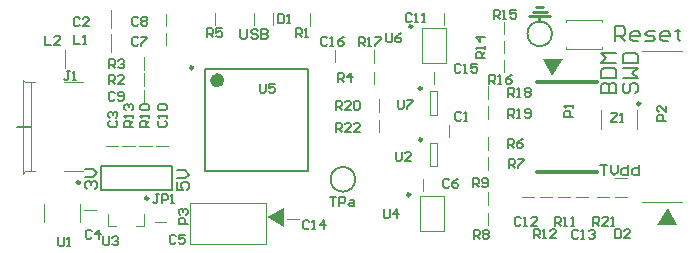
<source format=gto>
G04 Layer_Color=65535*
%FSLAX23Y23*%
%MOIN*%
G70*
G01*
G75*
%ADD24C,0.010*%
%ADD27C,0.008*%
%ADD42C,0.008*%
%ADD43C,0.024*%
%ADD44C,0.004*%
%ADD45C,0.012*%
%ADD46C,0.005*%
%ADD47C,0.010*%
%ADD48C,0.007*%
G36*
X680Y-335D02*
X625Y-300D01*
X680Y-270D01*
Y-335D01*
D02*
G37*
G36*
X1990Y-327D02*
X1925D01*
X1960Y-273D01*
X1990Y-327D01*
D02*
G37*
G36*
X1576Y169D02*
X1546Y225D01*
X1610D01*
X1576Y169D01*
D02*
G37*
D24*
X1869Y76D02*
G03*
X1869Y76I-5J0D01*
G01*
X1Y-187D02*
G03*
X1Y-187I-5J0D01*
G01*
X1141Y-44D02*
G03*
X1141Y-44I-5J0D01*
G01*
X1141Y127D02*
G03*
X1141Y127I-5J0D01*
G01*
X1109Y334D02*
G03*
X1109Y334I-5J0D01*
G01*
X1102Y-227D02*
G03*
X1102Y-227I-5J0D01*
G01*
X229Y-239D02*
G03*
X229Y-239I-5J0D01*
G01*
X378Y196D02*
G03*
X378Y196I-5J0D01*
G01*
D27*
X309Y-210D02*
Y-132D01*
X73Y-210D02*
X309D01*
X73Y-132D02*
X309Y-132D01*
X73Y-210D02*
Y-132D01*
X419Y-149D02*
X762D01*
X419Y193D02*
X762D01*
Y-149D02*
Y193D01*
X419Y-149D02*
Y193D01*
D42*
X1575Y309D02*
G03*
X1575Y309I-41J0D01*
G01*
X919Y-176D02*
G03*
X919Y-176I-41J0D01*
G01*
X25Y-208D02*
X18Y-201D01*
Y-188D01*
X25Y-181D01*
X31D01*
X38Y-188D01*
Y-195D01*
Y-188D01*
X45Y-181D01*
X51D01*
X58Y-188D01*
Y-201D01*
X51Y-208D01*
X18Y-168D02*
X45D01*
X58Y-155D01*
X45Y-141D01*
X18D01*
X326Y-186D02*
Y-213D01*
X346D01*
X339Y-200D01*
Y-193D01*
X346Y-186D01*
X359D01*
X366Y-193D01*
Y-206D01*
X359Y-213D01*
X326Y-173D02*
X352D01*
X366Y-160D01*
X352Y-146D01*
X326D01*
X1739Y113D02*
X1789D01*
Y138D01*
X1781Y146D01*
X1772D01*
X1764Y138D01*
Y113D01*
Y138D01*
X1756Y146D01*
X1747D01*
X1739Y138D01*
Y113D01*
Y163D02*
X1789D01*
Y188D01*
X1781Y196D01*
X1747D01*
X1739Y188D01*
Y163D01*
X1789Y213D02*
X1739D01*
X1756Y229D01*
X1739Y246D01*
X1789D01*
X1818Y145D02*
X1810Y137D01*
Y120D01*
X1818Y112D01*
X1827D01*
X1835Y120D01*
Y137D01*
X1843Y145D01*
X1852D01*
X1860Y137D01*
Y120D01*
X1852Y112D01*
X1810Y162D02*
X1860D01*
X1843Y178D01*
X1860Y195D01*
X1810D01*
Y212D02*
X1860D01*
Y237D01*
X1852Y245D01*
X1818D01*
X1810Y237D01*
Y212D01*
D43*
X471Y154D02*
G03*
X471Y154I-12J0D01*
G01*
D44*
X853Y214D02*
Y254D01*
X1857Y-8D02*
Y55D01*
X1739Y-8D02*
Y55D01*
X-0Y-319D02*
Y-257D01*
X-118Y-319D02*
Y-257D01*
X143Y-65D02*
X185D01*
X198D02*
X240D01*
X-50Y196D02*
Y256D01*
X104Y248D02*
Y308D01*
X1740Y257D02*
Y266D01*
X1622Y257D02*
Y266D01*
Y257D02*
X1740D01*
X1622Y356D02*
X1740D01*
X1622Y348D02*
Y356D01*
X1740Y348D02*
Y356D01*
X623Y-390D02*
Y-256D01*
X368Y-390D02*
X623D01*
X368D02*
Y-256D01*
X623D01*
X1874Y-253D02*
X2008D01*
X1874Y252D02*
X2008D01*
X1180Y143D02*
Y182D01*
X1230Y-35D02*
Y5D01*
X1215Y340D02*
Y380D01*
X216Y82D02*
Y122D01*
X983Y213D02*
Y255D01*
Y141D02*
Y183D01*
X767Y336D02*
Y378D01*
X1168Y-54D02*
X1192D01*
X1168Y-133D02*
X1192D01*
X1168D02*
Y-54D01*
X1192Y-133D02*
Y-54D01*
X1192Y38D02*
Y117D01*
X1168Y38D02*
Y117D01*
Y38D02*
X1192D01*
X1168Y117D02*
X1192D01*
X1415Y244D02*
Y286D01*
Y307D02*
Y349D01*
X1360Y26D02*
Y68D01*
Y93D02*
Y134D01*
Y-145D02*
Y-103D01*
Y-77D02*
Y-36D01*
X216Y135D02*
Y177D01*
Y189D02*
Y231D01*
X104Y328D02*
Y388D01*
X288Y271D02*
Y311D01*
X691Y-309D02*
X731D01*
X1145Y-215D02*
Y-176D01*
X288Y335D02*
Y375D01*
X254Y-65D02*
X294D01*
X450Y338D02*
Y380D01*
X1655Y-235D02*
X1695D01*
X1415Y181D02*
Y222D01*
X1141Y213D02*
Y330D01*
X1223Y213D02*
Y330D01*
X1141D02*
X1223D01*
X1141Y213D02*
X1223D01*
X1134Y-348D02*
X1216D01*
X1134Y-231D02*
X1216D01*
Y-348D02*
Y-231D01*
X1134Y-348D02*
Y-231D01*
X1360Y-328D02*
Y-287D01*
X1594Y-235D02*
X1636D01*
X1534D02*
X1576D01*
X1475D02*
X1515D01*
X997Y-19D02*
Y23D01*
Y49D02*
Y91D01*
X580Y339D02*
Y379D01*
X644Y339D02*
Y379D01*
X96Y-330D02*
Y-292D01*
Y-330D02*
X123D01*
X187D02*
X214D01*
Y-292D01*
X250Y-319D02*
X289D01*
X89Y-65D02*
X129D01*
X1785Y-235D02*
X1825D01*
X1785Y-171D02*
X1825D01*
X1724Y-235D02*
X1766D01*
X1360Y-261D02*
Y-219D01*
X16Y-278D02*
X55D01*
X-53Y-149D02*
X11D01*
X-181D02*
X-150D01*
X-189Y-157D02*
X-181Y-149D01*
X-189Y155D02*
X-181Y147D01*
X-150D01*
X-189Y-157D02*
Y155D01*
X-53Y147D02*
X11D01*
X-162Y-149D02*
Y147D01*
D45*
X1525Y150D02*
X1725D01*
X1525Y-150D02*
X1725D01*
D46*
X-207Y0D02*
X-161D01*
X40Y-349D02*
X35Y-344D01*
X25D01*
X20Y-349D01*
Y-369D01*
X25Y-374D01*
X35D01*
X40Y-369D01*
X65Y-374D02*
Y-344D01*
X50Y-359D01*
X70D01*
X1311Y-203D02*
Y-173D01*
X1326D01*
X1331Y-178D01*
Y-188D01*
X1326Y-193D01*
X1311D01*
X1321D02*
X1331Y-203D01*
X1341Y-198D02*
X1346Y-203D01*
X1356D01*
X1361Y-198D01*
Y-178D01*
X1356Y-173D01*
X1346D01*
X1341Y-178D01*
Y-183D01*
X1346Y-188D01*
X1361D01*
X836Y-234D02*
X856D01*
X846D01*
Y-264D01*
X866D02*
Y-234D01*
X881D01*
X886Y-239D01*
Y-249D01*
X881Y-254D01*
X866D01*
X901Y-244D02*
X911D01*
X916Y-249D01*
Y-264D01*
X901D01*
X896Y-259D01*
X901Y-254D01*
X916D01*
X1712Y-330D02*
Y-300D01*
X1727D01*
X1732Y-305D01*
Y-315D01*
X1727Y-320D01*
X1712D01*
X1722D02*
X1732Y-330D01*
X1762D02*
X1742D01*
X1762Y-310D01*
Y-305D01*
X1757Y-300D01*
X1747D01*
X1742Y-305D01*
X1772Y-330D02*
X1782D01*
X1777D01*
Y-300D01*
X1772Y-305D01*
X1785Y-343D02*
Y-373D01*
X1800D01*
X1805Y-368D01*
Y-348D01*
X1800Y-343D01*
X1785D01*
X1835Y-373D02*
X1815D01*
X1835Y-353D01*
Y-348D01*
X1830Y-343D01*
X1820D01*
X1815Y-348D01*
X101Y19D02*
X96Y14D01*
Y4D01*
X101Y-1D01*
X121D01*
X126Y4D01*
Y14D01*
X121Y19D01*
X101Y29D02*
X96Y34D01*
Y44D01*
X101Y49D01*
X106D01*
X111Y44D01*
Y39D01*
Y44D01*
X116Y49D01*
X121D01*
X126Y44D01*
Y34D01*
X121Y29D01*
X321Y-366D02*
X316Y-361D01*
X306D01*
X301Y-366D01*
Y-386D01*
X306Y-391D01*
X316D01*
X321Y-386D01*
X351Y-361D02*
X331D01*
Y-376D01*
X341Y-371D01*
X346D01*
X351Y-376D01*
Y-386D01*
X346Y-391D01*
X336D01*
X331Y-386D01*
X79Y-365D02*
Y-390D01*
X84Y-395D01*
X94D01*
X99Y-390D01*
Y-365D01*
X109Y-370D02*
X114Y-365D01*
X124D01*
X129Y-370D01*
Y-375D01*
X124Y-380D01*
X119D01*
X124D01*
X129Y-385D01*
Y-390D01*
X124Y-395D01*
X114D01*
X109Y-390D01*
X662Y374D02*
Y344D01*
X677D01*
X682Y349D01*
Y369D01*
X677Y374D01*
X662D01*
X692Y344D02*
X702D01*
X697D01*
Y374D01*
X692Y369D01*
X854Y56D02*
Y86D01*
X869D01*
X874Y81D01*
Y71D01*
X869Y66D01*
X854D01*
X864D02*
X874Y56D01*
X904D02*
X884D01*
X904Y76D01*
Y81D01*
X899Y86D01*
X889D01*
X884Y81D01*
X914D02*
X919Y86D01*
X929D01*
X934Y81D01*
Y61D01*
X929Y56D01*
X919D01*
X914Y61D01*
Y81D01*
X854Y-17D02*
Y13D01*
X869D01*
X874Y8D01*
Y-2D01*
X869Y-7D01*
X854D01*
X864D02*
X874Y-17D01*
X904D02*
X884D01*
X904Y3D01*
Y8D01*
X899Y13D01*
X889D01*
X884Y8D01*
X934Y-17D02*
X914D01*
X934Y3D01*
Y8D01*
X929Y13D01*
X919D01*
X914Y8D01*
X1470Y-305D02*
X1465Y-300D01*
X1455D01*
X1450Y-305D01*
Y-325D01*
X1455Y-330D01*
X1465D01*
X1470Y-325D01*
X1480Y-330D02*
X1490D01*
X1485D01*
Y-300D01*
X1480Y-305D01*
X1525Y-330D02*
X1505D01*
X1525Y-310D01*
Y-305D01*
X1520Y-300D01*
X1510D01*
X1505Y-305D01*
X1514Y-372D02*
Y-342D01*
X1529D01*
X1534Y-347D01*
Y-357D01*
X1529Y-362D01*
X1514D01*
X1524D02*
X1534Y-372D01*
X1544D02*
X1554D01*
X1549D01*
Y-342D01*
X1544Y-347D01*
X1589Y-372D02*
X1569D01*
X1589Y-352D01*
Y-347D01*
X1584Y-342D01*
X1574D01*
X1569Y-347D01*
X1584Y-330D02*
Y-300D01*
X1599D01*
X1604Y-305D01*
Y-315D01*
X1599Y-320D01*
X1584D01*
X1594D02*
X1604Y-330D01*
X1614D02*
X1624D01*
X1619D01*
Y-300D01*
X1614Y-305D01*
X1639Y-330D02*
X1649D01*
X1644D01*
Y-300D01*
X1639Y-305D01*
X1314Y-374D02*
Y-344D01*
X1329D01*
X1334Y-349D01*
Y-359D01*
X1329Y-364D01*
X1314D01*
X1324D02*
X1334Y-374D01*
X1344Y-349D02*
X1349Y-344D01*
X1359D01*
X1364Y-349D01*
Y-354D01*
X1359Y-359D01*
X1364Y-364D01*
Y-369D01*
X1359Y-374D01*
X1349D01*
X1344Y-369D01*
Y-364D01*
X1349Y-359D01*
X1344Y-354D01*
Y-349D01*
X1349Y-359D02*
X1359D01*
X1014Y-275D02*
Y-300D01*
X1019Y-305D01*
X1029D01*
X1034Y-300D01*
Y-275D01*
X1059Y-305D02*
Y-275D01*
X1044Y-290D01*
X1064D01*
X1023Y311D02*
Y286D01*
X1028Y281D01*
X1038D01*
X1043Y286D01*
Y311D01*
X1073D02*
X1063Y306D01*
X1053Y296D01*
Y286D01*
X1058Y281D01*
X1068D01*
X1073Y286D01*
Y291D01*
X1068Y296D01*
X1053D01*
X1365Y142D02*
Y172D01*
X1380D01*
X1385Y167D01*
Y157D01*
X1380Y152D01*
X1365D01*
X1375D02*
X1385Y142D01*
X1395D02*
X1405D01*
X1400D01*
Y172D01*
X1395Y167D01*
X1440Y172D02*
X1430Y167D01*
X1420Y157D01*
Y147D01*
X1425Y142D01*
X1435D01*
X1440Y147D01*
Y152D01*
X1435Y157D01*
X1420D01*
X1662Y-349D02*
X1657Y-344D01*
X1647D01*
X1642Y-349D01*
Y-369D01*
X1647Y-374D01*
X1657D01*
X1662Y-369D01*
X1672Y-374D02*
X1682D01*
X1677D01*
Y-344D01*
X1672Y-349D01*
X1697D02*
X1702Y-344D01*
X1712D01*
X1717Y-349D01*
Y-354D01*
X1712Y-359D01*
X1707D01*
X1712D01*
X1717Y-364D01*
Y-369D01*
X1712Y-374D01*
X1702D01*
X1697Y-369D01*
X425Y297D02*
Y327D01*
X440D01*
X445Y322D01*
Y312D01*
X440Y307D01*
X425D01*
X435D02*
X445Y297D01*
X475Y327D02*
X455D01*
Y312D01*
X465Y317D01*
X470D01*
X475Y312D01*
Y302D01*
X470Y297D01*
X460D01*
X455Y302D01*
X-33Y185D02*
X-43D01*
X-38D01*
Y160D01*
X-43Y155D01*
X-48D01*
X-53Y160D01*
X-23Y155D02*
X-13D01*
X-18D01*
Y185D01*
X-23Y180D01*
X265Y19D02*
X260Y14D01*
Y4D01*
X265Y-1D01*
X285D01*
X290Y4D01*
Y14D01*
X285Y19D01*
X290Y29D02*
Y39D01*
Y34D01*
X260D01*
X265Y29D01*
Y54D02*
X260Y59D01*
Y69D01*
X265Y74D01*
X285D01*
X290Y69D01*
Y59D01*
X285Y54D01*
X265D01*
X195Y361D02*
X190Y366D01*
X180D01*
X175Y361D01*
Y341D01*
X180Y336D01*
X190D01*
X195Y341D01*
X205Y361D02*
X210Y366D01*
X220D01*
X225Y361D01*
Y356D01*
X220Y351D01*
X225Y346D01*
Y341D01*
X220Y336D01*
X210D01*
X205Y341D01*
Y346D01*
X210Y351D01*
X205Y356D01*
Y361D01*
X210Y351D02*
X220D01*
X1233Y-179D02*
X1228Y-174D01*
X1218D01*
X1213Y-179D01*
Y-199D01*
X1218Y-204D01*
X1228D01*
X1233Y-199D01*
X1263Y-174D02*
X1253Y-179D01*
X1243Y-189D01*
Y-199D01*
X1248Y-204D01*
X1258D01*
X1263Y-199D01*
Y-194D01*
X1258Y-189D01*
X1243D01*
X765Y-318D02*
X760Y-313D01*
X750D01*
X745Y-318D01*
Y-338D01*
X750Y-343D01*
X760D01*
X765Y-338D01*
X775Y-343D02*
X785D01*
X780D01*
Y-313D01*
X775Y-318D01*
X815Y-343D02*
Y-313D01*
X800Y-328D01*
X820D01*
X195Y294D02*
X190Y299D01*
X180D01*
X175Y294D01*
Y274D01*
X180Y269D01*
X190D01*
X195Y274D01*
X205Y299D02*
X225D01*
Y294D01*
X205Y274D01*
Y269D01*
X1Y360D02*
X-4Y365D01*
X-14D01*
X-19Y360D01*
Y340D01*
X-14Y335D01*
X-4D01*
X1Y340D01*
X31Y335D02*
X11D01*
X31Y355D01*
Y360D01*
X26Y365D01*
X16D01*
X11Y360D01*
X99Y195D02*
Y225D01*
X114D01*
X119Y220D01*
Y210D01*
X114Y205D01*
X99D01*
X109D02*
X119Y195D01*
X129Y220D02*
X134Y225D01*
X144D01*
X149Y220D01*
Y215D01*
X144Y210D01*
X139D01*
X144D01*
X149Y205D01*
Y200D01*
X144Y195D01*
X134D01*
X129Y200D01*
X97Y143D02*
Y173D01*
X112D01*
X117Y168D01*
Y158D01*
X112Y153D01*
X97D01*
X107D02*
X117Y143D01*
X147D02*
X127D01*
X147Y163D01*
Y168D01*
X142Y173D01*
X132D01*
X127Y168D01*
X1646Y33D02*
X1616D01*
Y48D01*
X1621Y53D01*
X1631D01*
X1636Y48D01*
Y33D01*
X1646Y63D02*
Y73D01*
Y68D01*
X1616D01*
X1621Y63D01*
X1428Y-70D02*
Y-40D01*
X1443D01*
X1448Y-45D01*
Y-55D01*
X1443Y-60D01*
X1428D01*
X1438D02*
X1448Y-70D01*
X1478Y-40D02*
X1468Y-45D01*
X1458Y-55D01*
Y-65D01*
X1463Y-70D01*
X1473D01*
X1478Y-65D01*
Y-60D01*
X1473Y-55D01*
X1458D01*
X1430Y-137D02*
Y-107D01*
X1445D01*
X1450Y-112D01*
Y-122D01*
X1445Y-127D01*
X1430D01*
X1440D02*
X1450Y-137D01*
X1460Y-107D02*
X1480D01*
Y-112D01*
X1460Y-132D01*
Y-137D01*
X1429Y100D02*
Y130D01*
X1444D01*
X1449Y125D01*
Y115D01*
X1444Y110D01*
X1429D01*
X1439D02*
X1449Y100D01*
X1459D02*
X1469D01*
X1464D01*
Y130D01*
X1459Y125D01*
X1484D02*
X1489Y130D01*
X1499D01*
X1504Y125D01*
Y120D01*
X1499Y115D01*
X1504Y110D01*
Y105D01*
X1499Y100D01*
X1489D01*
X1484Y105D01*
Y110D01*
X1489Y115D01*
X1484Y120D01*
Y125D01*
X1489Y115D02*
X1499D01*
X1429Y29D02*
Y59D01*
X1444D01*
X1449Y54D01*
Y44D01*
X1444Y39D01*
X1429D01*
X1439D02*
X1449Y29D01*
X1459D02*
X1469D01*
X1464D01*
Y59D01*
X1459Y54D01*
X1484Y34D02*
X1489Y29D01*
X1499D01*
X1504Y34D01*
Y54D01*
X1499Y59D01*
X1489D01*
X1484Y54D01*
Y49D01*
X1489Y44D01*
X1504D01*
X1380Y360D02*
Y390D01*
X1395D01*
X1400Y385D01*
Y375D01*
X1395Y370D01*
X1380D01*
X1390D02*
X1400Y360D01*
X1410D02*
X1420D01*
X1415D01*
Y390D01*
X1410Y385D01*
X1455Y390D02*
X1435D01*
Y375D01*
X1445Y380D01*
X1450D01*
X1455Y375D01*
Y365D01*
X1450Y360D01*
X1440D01*
X1435Y365D01*
X1350Y227D02*
X1320D01*
Y242D01*
X1325Y247D01*
X1335D01*
X1340Y242D01*
Y227D01*
Y237D02*
X1350Y247D01*
Y257D02*
Y267D01*
Y262D01*
X1320D01*
X1325Y257D01*
X1350Y297D02*
X1320D01*
X1335Y282D01*
Y302D01*
X1060Y90D02*
Y65D01*
X1065Y60D01*
X1075D01*
X1080Y65D01*
Y90D01*
X1090D02*
X1110D01*
Y85D01*
X1090Y65D01*
Y60D01*
X1054Y-84D02*
Y-109D01*
X1059Y-114D01*
X1069D01*
X1074Y-109D01*
Y-84D01*
X1104Y-114D02*
X1084D01*
X1104Y-94D01*
Y-89D01*
X1099Y-84D01*
X1089D01*
X1084Y-89D01*
X721Y297D02*
Y327D01*
X736D01*
X741Y322D01*
Y312D01*
X736Y307D01*
X721D01*
X731D02*
X741Y297D01*
X751D02*
X761D01*
X756D01*
Y327D01*
X751Y322D01*
X861Y150D02*
Y180D01*
X876D01*
X881Y175D01*
Y165D01*
X876Y160D01*
X861D01*
X871D02*
X881Y150D01*
X906D02*
Y180D01*
X891Y165D01*
X911D01*
X930Y268D02*
Y298D01*
X945D01*
X950Y293D01*
Y283D01*
X945Y278D01*
X930D01*
X940D02*
X950Y268D01*
X960D02*
X970D01*
X965D01*
Y298D01*
X960Y293D01*
X985Y298D02*
X1005D01*
Y293D01*
X985Y273D01*
Y268D01*
X601Y142D02*
Y117D01*
X606Y112D01*
X616D01*
X621Y117D01*
Y142D01*
X651D02*
X631D01*
Y127D01*
X641Y132D01*
X646D01*
X651Y127D01*
Y117D01*
X646Y112D01*
X636D01*
X631Y117D01*
X118Y111D02*
X113Y116D01*
X103D01*
X98Y111D01*
Y91D01*
X103Y86D01*
X113D01*
X118Y91D01*
X128D02*
X133Y86D01*
X143D01*
X148Y91D01*
Y111D01*
X143Y116D01*
X133D01*
X128Y111D01*
Y106D01*
X133Y101D01*
X148D01*
X1107Y372D02*
X1102Y377D01*
X1092D01*
X1087Y372D01*
Y352D01*
X1092Y347D01*
X1102D01*
X1107Y352D01*
X1117Y347D02*
X1127D01*
X1122D01*
Y377D01*
X1117Y372D01*
X1142Y347D02*
X1152D01*
X1147D01*
Y377D01*
X1142Y372D01*
X1272Y45D02*
X1267Y50D01*
X1257D01*
X1252Y45D01*
Y25D01*
X1257Y20D01*
X1267D01*
X1272Y25D01*
X1282Y20D02*
X1292D01*
X1287D01*
Y50D01*
X1282Y45D01*
X1270Y205D02*
X1265Y210D01*
X1255D01*
X1250Y205D01*
Y185D01*
X1255Y180D01*
X1265D01*
X1270Y185D01*
X1280Y180D02*
X1290D01*
X1285D01*
Y210D01*
X1280Y205D01*
X1325Y210D02*
X1305D01*
Y195D01*
X1315Y200D01*
X1320D01*
X1325Y195D01*
Y185D01*
X1320Y180D01*
X1310D01*
X1305Y185D01*
X1955Y20D02*
X1925D01*
Y35D01*
X1930Y40D01*
X1940D01*
X1945Y35D01*
Y20D01*
X1955Y70D02*
Y50D01*
X1935Y70D01*
X1930D01*
X1925Y65D01*
Y55D01*
X1930Y50D01*
X361Y-324D02*
X331D01*
Y-309D01*
X336Y-304D01*
X346D01*
X351Y-309D01*
Y-324D01*
X336Y-294D02*
X331Y-289D01*
Y-279D01*
X336Y-274D01*
X341D01*
X346Y-279D01*
Y-284D01*
Y-279D01*
X351Y-274D01*
X356D01*
X361Y-279D01*
Y-289D01*
X356Y-294D01*
X-17Y304D02*
Y274D01*
X3D01*
X13D02*
X23D01*
X18D01*
Y304D01*
X13Y299D01*
X-115Y303D02*
Y273D01*
X-95D01*
X-65D02*
X-85D01*
X-65Y293D01*
Y298D01*
X-70Y303D01*
X-80D01*
X-85Y298D01*
X232Y-1D02*
X202D01*
Y14D01*
X207Y19D01*
X217D01*
X222Y14D01*
Y-1D01*
Y9D02*
X232Y19D01*
Y29D02*
Y39D01*
Y34D01*
X202D01*
X207Y29D01*
Y54D02*
X202Y59D01*
Y69D01*
X207Y74D01*
X227D01*
X232Y69D01*
Y59D01*
X227Y54D01*
X207D01*
X179Y0D02*
X149D01*
Y15D01*
X154Y20D01*
X164D01*
X169Y15D01*
Y0D01*
Y10D02*
X179Y20D01*
Y30D02*
Y40D01*
Y35D01*
X149D01*
X154Y30D01*
Y55D02*
X149Y60D01*
Y70D01*
X154Y75D01*
X159D01*
X164Y70D01*
Y65D01*
Y70D01*
X169Y75D01*
X174D01*
X179Y70D01*
Y60D01*
X174Y55D01*
X-71Y-369D02*
Y-394D01*
X-66Y-399D01*
X-56D01*
X-51Y-394D01*
Y-369D01*
X-41Y-399D02*
X-31D01*
X-36D01*
Y-369D01*
X-41Y-374D01*
X1772Y44D02*
X1792D01*
Y39D01*
X1772Y19D01*
Y14D01*
X1792D01*
X1802D02*
X1812D01*
X1807D01*
Y44D01*
X1802Y39D01*
X264Y-226D02*
X254D01*
X259D01*
Y-251D01*
X254Y-256D01*
X249D01*
X244Y-251D01*
X274Y-256D02*
Y-226D01*
X289D01*
X294Y-231D01*
Y-241D01*
X289Y-246D01*
X274D01*
X304Y-256D02*
X314D01*
X309D01*
Y-226D01*
X304Y-231D01*
X825Y294D02*
X820Y299D01*
X810D01*
X805Y294D01*
Y274D01*
X810Y269D01*
X820D01*
X825Y274D01*
X835Y269D02*
X845D01*
X840D01*
Y299D01*
X835Y294D01*
X880Y299D02*
X870Y294D01*
X860Y284D01*
Y274D01*
X865Y269D01*
X875D01*
X880Y274D01*
Y279D01*
X875Y284D01*
X860D01*
X536Y326D02*
Y297D01*
X542Y291D01*
X553D01*
X559Y297D01*
Y326D01*
X594Y320D02*
X588Y326D01*
X577D01*
X571Y320D01*
Y314D01*
X577Y308D01*
X588D01*
X594Y303D01*
Y297D01*
X588Y291D01*
X577D01*
X571Y297D01*
X606Y326D02*
Y291D01*
X623D01*
X629Y297D01*
Y303D01*
X623Y308D01*
X606D01*
X623D01*
X629Y314D01*
Y320D01*
X623Y326D01*
X606D01*
X1736Y-127D02*
X1759D01*
X1748D01*
Y-162D01*
X1771Y-127D02*
Y-151D01*
X1783Y-162D01*
X1794Y-151D01*
Y-127D01*
X1829D02*
Y-162D01*
X1812D01*
X1806Y-157D01*
Y-145D01*
X1812Y-139D01*
X1829D01*
X1864Y-127D02*
Y-162D01*
X1847D01*
X1841Y-157D01*
Y-145D01*
X1847Y-139D01*
X1864D01*
D47*
X1523Y398D02*
X1545D01*
X1510Y383D02*
X1559D01*
X1533Y352D02*
Y369D01*
X1499D02*
X1569D01*
D48*
X1786Y285D02*
Y335D01*
X1811D01*
X1819Y326D01*
Y310D01*
X1811Y301D01*
X1786D01*
X1803D02*
X1819Y285D01*
X1861D02*
X1844D01*
X1836Y293D01*
Y310D01*
X1844Y318D01*
X1861D01*
X1869Y310D01*
Y301D01*
X1836D01*
X1886Y285D02*
X1911D01*
X1919Y293D01*
X1911Y301D01*
X1894D01*
X1886Y310D01*
X1894Y318D01*
X1919D01*
X1961Y285D02*
X1944D01*
X1936Y293D01*
Y310D01*
X1944Y318D01*
X1961D01*
X1969Y310D01*
Y301D01*
X1936D01*
X1994Y326D02*
Y318D01*
X1986D01*
X2003D01*
X1994D01*
Y293D01*
X2003Y285D01*
M02*

</source>
